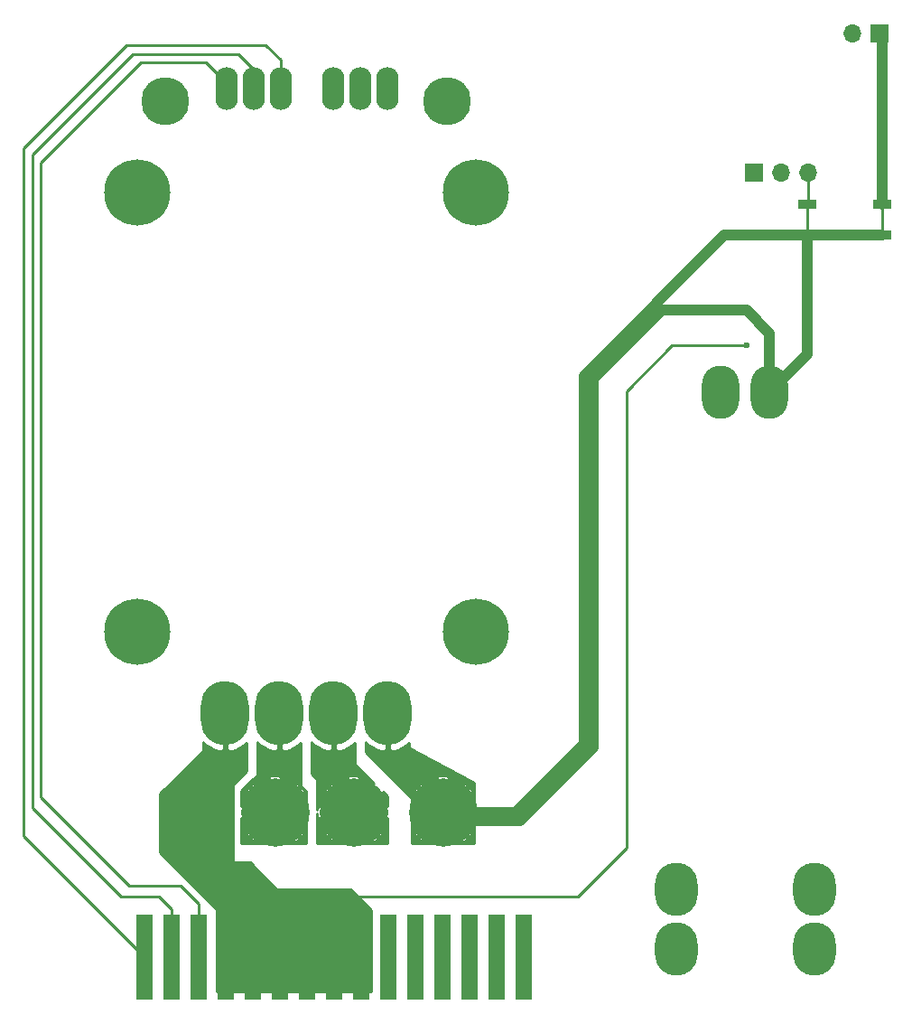
<source format=gtl>
G04 #@! TF.FileFunction,Copper,L1,Top,Signal*
%FSLAX46Y46*%
G04 Gerber Fmt 4.6, Leading zero omitted, Abs format (unit mm)*
G04 Created by KiCad (PCBNEW 4.0.7) date 10/27/19 12:55:04*
%MOMM*%
%LPD*%
G01*
G04 APERTURE LIST*
%ADD10C,0.100000*%
%ADD11O,4.000000X5.000000*%
%ADD12O,3.500000X5.000000*%
%ADD13R,1.700000X0.900000*%
%ADD14R,1.700000X1.700000*%
%ADD15O,1.700000X1.700000*%
%ADD16R,1.500000X8.000000*%
%ADD17C,6.400000*%
%ADD18C,0.800000*%
%ADD19O,2.100000X4.000000*%
%ADD20C,6.200000*%
%ADD21O,4.500000X6.000000*%
%ADD22C,4.500000*%
%ADD23C,0.600000*%
%ADD24C,0.250000*%
%ADD25C,1.000000*%
%ADD26C,0.254000*%
G04 APERTURE END LIST*
D10*
D11*
X217855800Y-110464600D03*
X204851000Y-110464600D03*
D12*
X213639400Y-58293000D03*
X209067400Y-58293000D03*
D11*
X204851000Y-104927400D03*
X217855800Y-104927400D03*
D13*
X217170000Y-40714000D03*
X217170000Y-43614000D03*
D14*
X212140800Y-37744400D03*
D15*
X214680800Y-37744400D03*
X217220800Y-37744400D03*
D16*
X188010800Y-111226600D03*
X190550800Y-111226600D03*
X185470800Y-111226600D03*
X182930800Y-111226600D03*
X177850800Y-111226600D03*
X180390800Y-111226600D03*
X170230800Y-111226600D03*
X172770800Y-111226600D03*
X175310800Y-111226600D03*
X167690800Y-111226600D03*
X165150800Y-111226600D03*
X154990800Y-111226600D03*
X157530800Y-111226600D03*
X160070800Y-111226600D03*
X162610800Y-111226600D03*
D13*
X224155000Y-40714000D03*
X224155000Y-43614000D03*
D14*
X223951800Y-24688800D03*
D15*
X221411800Y-24688800D03*
D17*
X183007000Y-97663000D03*
D18*
X185407000Y-97663000D03*
X184704056Y-99360056D03*
X183007000Y-100063000D03*
X181309944Y-99360056D03*
X180607000Y-97663000D03*
X181309944Y-95965944D03*
X183007000Y-95263000D03*
X184704056Y-95965944D03*
D17*
X167259000Y-97663000D03*
D18*
X169659000Y-97663000D03*
X168956056Y-99360056D03*
X167259000Y-100063000D03*
X165561944Y-99360056D03*
X164859000Y-97663000D03*
X165561944Y-95965944D03*
X167259000Y-95263000D03*
X168956056Y-95965944D03*
D17*
X174625000Y-97663000D03*
D18*
X177025000Y-97663000D03*
X176322056Y-99360056D03*
X174625000Y-100063000D03*
X172927944Y-99360056D03*
X172225000Y-97663000D03*
X172927944Y-95965944D03*
X174625000Y-95263000D03*
X176322056Y-95965944D03*
D19*
X167817800Y-29921200D03*
X165277800Y-29921200D03*
X162737800Y-29921200D03*
D20*
X154305000Y-80772000D03*
X186105800Y-80772000D03*
X186105800Y-39624000D03*
X154305000Y-39624000D03*
D21*
X162585400Y-88366600D03*
X167665400Y-88366600D03*
X172745400Y-88366600D03*
X177825400Y-88366600D03*
D22*
X183362600Y-31038800D03*
X156997400Y-31038800D03*
D19*
X172745400Y-29921200D03*
X175285400Y-29921200D03*
X177825400Y-29921200D03*
D23*
X211505800Y-53949600D03*
D24*
X169418000Y-105562400D02*
X195681600Y-105562400D01*
X204495400Y-53949600D02*
X211505800Y-53949600D01*
X200228200Y-58216800D02*
X204495400Y-53949600D01*
X200228200Y-101015800D02*
X200228200Y-58216800D01*
X195681600Y-105562400D02*
X200228200Y-101015800D01*
D25*
X172720000Y-95758000D02*
X174625000Y-97663000D01*
D24*
X145288000Y-83439000D02*
X145288000Y-96266000D01*
X160070800Y-106222800D02*
X160070800Y-111226600D01*
X158369000Y-104521000D02*
X160070800Y-106222800D01*
X153543000Y-104521000D02*
X158369000Y-104521000D01*
X145288000Y-96266000D02*
X153543000Y-104521000D01*
X162712400Y-29895800D02*
X162712400Y-29362400D01*
X162712400Y-29362400D02*
X160782000Y-27432000D01*
X145288000Y-36830000D02*
X145288000Y-83439000D01*
X154686000Y-27432000D02*
X145288000Y-36830000D01*
X160782000Y-27432000D02*
X154686000Y-27432000D01*
X162712400Y-29895800D02*
X162712400Y-28600400D01*
X162712400Y-29895800D02*
X162712400Y-29108400D01*
X144526000Y-84709000D02*
X144526000Y-97282000D01*
X157530800Y-106730800D02*
X157530800Y-111226600D01*
X156337000Y-105537000D02*
X157530800Y-106730800D01*
X152781000Y-105537000D02*
X156337000Y-105537000D01*
X144526000Y-97282000D02*
X152781000Y-105537000D01*
X165252400Y-29895800D02*
X165252400Y-28092400D01*
X165252400Y-28092400D02*
X163830000Y-26670000D01*
X144526000Y-36068000D02*
X144526000Y-84709000D01*
X153924000Y-26670000D02*
X144526000Y-36068000D01*
X163830000Y-26670000D02*
X153924000Y-26670000D01*
X165252400Y-29895800D02*
X165252400Y-28854400D01*
X143637000Y-86487000D02*
X143637000Y-99872800D01*
X143637000Y-99872800D02*
X154990800Y-111226600D01*
X167792400Y-29895800D02*
X167792400Y-27203400D01*
X143637000Y-35433000D02*
X143637000Y-86487000D01*
X153289000Y-25781000D02*
X143637000Y-35433000D01*
X166370000Y-25781000D02*
X153289000Y-25781000D01*
X167792400Y-27203400D02*
X166370000Y-25781000D01*
X167792400Y-29895800D02*
X167792400Y-27965400D01*
D25*
X224155000Y-40714000D02*
X224155000Y-24892000D01*
X224155000Y-24892000D02*
X223951800Y-24688800D01*
X183007000Y-97663000D02*
X185369200Y-97663000D01*
X185369200Y-97663000D02*
X186207400Y-98501200D01*
X213639400Y-52806600D02*
X213639400Y-58293000D01*
X211455000Y-50622200D02*
X213639400Y-52806600D01*
X203555600Y-50622200D02*
X211455000Y-50622200D01*
X197129400Y-57048400D02*
X203555600Y-50622200D01*
X197129400Y-91592400D02*
X197129400Y-57048400D01*
X190220600Y-98501200D02*
X197129400Y-91592400D01*
X186207400Y-98501200D02*
X190220600Y-98501200D01*
X183007000Y-97663000D02*
X189839600Y-97663000D01*
X209395400Y-43614000D02*
X217170000Y-43614000D01*
X196215000Y-56794400D02*
X209395400Y-43614000D01*
X196215000Y-91287600D02*
X196215000Y-56794400D01*
X189839600Y-97663000D02*
X196215000Y-91287600D01*
X224155000Y-43614000D02*
X217170000Y-43614000D01*
X217170000Y-43614000D02*
X217170000Y-50546000D01*
X217170000Y-54762400D02*
X213639400Y-58293000D01*
X217170000Y-50546000D02*
X217170000Y-54762400D01*
D24*
X224155000Y-40714000D02*
X224155000Y-43614000D01*
X217170000Y-40714000D02*
X217170000Y-43614000D01*
D25*
X183007000Y-97663000D02*
X183007000Y-96139000D01*
D24*
X217220800Y-37744400D02*
X217220800Y-40663200D01*
X217220800Y-40663200D02*
X217170000Y-40714000D01*
D25*
X224180400Y-40688600D02*
X224155000Y-40714000D01*
D26*
G36*
X177952400Y-88239600D02*
X177972400Y-88239600D01*
X177972400Y-88493600D01*
X177952400Y-88493600D01*
X177952400Y-91839890D01*
X178401712Y-91943451D01*
X178812110Y-91830593D01*
X179775601Y-91246405D01*
X179832000Y-91169544D01*
X179832000Y-91567000D01*
X179842006Y-91616410D01*
X179870447Y-91658035D01*
X179898512Y-91678670D01*
X185928000Y-94944643D01*
X185928000Y-96806912D01*
X185920023Y-96740820D01*
X185534471Y-96616751D01*
X185421409Y-96503689D01*
X185626236Y-96478967D01*
X185752365Y-96087013D01*
X185718898Y-95676626D01*
X185626236Y-95452921D01*
X185421406Y-95428199D01*
X184883661Y-95965944D01*
X184897804Y-95980087D01*
X184718199Y-96159692D01*
X184704056Y-96145549D01*
X184166311Y-96683294D01*
X184191033Y-96888124D01*
X184576585Y-97012193D01*
X184689647Y-97125255D01*
X184484820Y-97149977D01*
X184358691Y-97541931D01*
X184392158Y-97952318D01*
X184484820Y-98176023D01*
X184689647Y-98200745D01*
X184572762Y-98317630D01*
X184586351Y-98331219D01*
X184414738Y-98345214D01*
X184191033Y-98437876D01*
X184166311Y-98642706D01*
X184704056Y-99180451D01*
X184718199Y-99166309D01*
X184897804Y-99345914D01*
X184883661Y-99360056D01*
X185421406Y-99897801D01*
X185626236Y-99873079D01*
X185752365Y-99481125D01*
X185718898Y-99070738D01*
X185626236Y-98847033D01*
X185421409Y-98822311D01*
X185538294Y-98705426D01*
X185524705Y-98691837D01*
X185696318Y-98677842D01*
X185920023Y-98585180D01*
X185928000Y-98519088D01*
X185928000Y-100584000D01*
X183863088Y-100584000D01*
X183929180Y-100576023D01*
X184053249Y-100190471D01*
X184166311Y-100077409D01*
X184191033Y-100282236D01*
X184582987Y-100408365D01*
X184993374Y-100374898D01*
X185217079Y-100282236D01*
X185241801Y-100077406D01*
X184704056Y-99539661D01*
X184689914Y-99553804D01*
X184510309Y-99374199D01*
X184524451Y-99360056D01*
X183986706Y-98822311D01*
X183781876Y-98847033D01*
X183657807Y-99232585D01*
X183544745Y-99345647D01*
X183520023Y-99140820D01*
X183128069Y-99014691D01*
X182717682Y-99048158D01*
X182493977Y-99140820D01*
X182469255Y-99345647D01*
X182352370Y-99228762D01*
X182338781Y-99242351D01*
X182324786Y-99070738D01*
X182232124Y-98847033D01*
X182027294Y-98822311D01*
X181489549Y-99360056D01*
X181503692Y-99374199D01*
X181324087Y-99553804D01*
X181309944Y-99539661D01*
X180772199Y-100077406D01*
X180796921Y-100282236D01*
X181188875Y-100408365D01*
X181599262Y-100374898D01*
X181822967Y-100282236D01*
X181847689Y-100077409D01*
X181964574Y-100194294D01*
X181978163Y-100180705D01*
X181992158Y-100352318D01*
X182084820Y-100576023D01*
X182150912Y-100584000D01*
X180086000Y-100584000D01*
X180086000Y-98519088D01*
X180093977Y-98585180D01*
X180479529Y-98709249D01*
X180592591Y-98822311D01*
X180387764Y-98847033D01*
X180261635Y-99238987D01*
X180295102Y-99649374D01*
X180387764Y-99873079D01*
X180592594Y-99897801D01*
X181130339Y-99360056D01*
X181116197Y-99345914D01*
X181295802Y-99166309D01*
X181309944Y-99180451D01*
X181847689Y-98642706D01*
X181822967Y-98437876D01*
X181437415Y-98313807D01*
X181324353Y-98200745D01*
X181529180Y-98176023D01*
X181655309Y-97784069D01*
X181621842Y-97373682D01*
X181529180Y-97149977D01*
X181324353Y-97125255D01*
X181441238Y-97008370D01*
X181427649Y-96994781D01*
X181599262Y-96980786D01*
X181822967Y-96888124D01*
X181847689Y-96683294D01*
X181309944Y-96145549D01*
X181295802Y-96159692D01*
X181116197Y-95980087D01*
X181130339Y-95965944D01*
X180592594Y-95428199D01*
X180387764Y-95452921D01*
X180261635Y-95844875D01*
X180295102Y-96255262D01*
X180387764Y-96478967D01*
X180592591Y-96503689D01*
X180475706Y-96620574D01*
X180489295Y-96634163D01*
X180317682Y-96648158D01*
X180093977Y-96740820D01*
X180086000Y-96806912D01*
X180086000Y-96393000D01*
X180075994Y-96343590D01*
X180048803Y-96303197D01*
X178994200Y-95248594D01*
X180772199Y-95248594D01*
X181309944Y-95786339D01*
X181324087Y-95772197D01*
X181503692Y-95951802D01*
X181489549Y-95965944D01*
X182027294Y-96503689D01*
X182232124Y-96478967D01*
X182356193Y-96093415D01*
X182469255Y-95980353D01*
X182493977Y-96185180D01*
X182885931Y-96311309D01*
X183296318Y-96277842D01*
X183520023Y-96185180D01*
X183544745Y-95980353D01*
X183661630Y-96097238D01*
X183675219Y-96083649D01*
X183689214Y-96255262D01*
X183781876Y-96478967D01*
X183986706Y-96503689D01*
X184524451Y-95965944D01*
X184510309Y-95951802D01*
X184689914Y-95772197D01*
X184704056Y-95786339D01*
X185241801Y-95248594D01*
X185217079Y-95043764D01*
X184825125Y-94917635D01*
X184414738Y-94951102D01*
X184191033Y-95043764D01*
X184166311Y-95248591D01*
X184049426Y-95131706D01*
X184035837Y-95145295D01*
X184021842Y-94973682D01*
X183929180Y-94749977D01*
X183724350Y-94725255D01*
X183186605Y-95263000D01*
X183200748Y-95277143D01*
X183021143Y-95456748D01*
X183007000Y-95442605D01*
X182992858Y-95456748D01*
X182813253Y-95277143D01*
X182827395Y-95263000D01*
X182289650Y-94725255D01*
X182084820Y-94749977D01*
X181960751Y-95135529D01*
X181847689Y-95248591D01*
X181822967Y-95043764D01*
X181431013Y-94917635D01*
X181020626Y-94951102D01*
X180796921Y-95043764D01*
X180772199Y-95248594D01*
X178994200Y-95248594D01*
X178291256Y-94545650D01*
X182469255Y-94545650D01*
X183007000Y-95083395D01*
X183544745Y-94545650D01*
X183520023Y-94340820D01*
X183128069Y-94214691D01*
X182717682Y-94248158D01*
X182493977Y-94340820D01*
X182469255Y-94545650D01*
X178291256Y-94545650D01*
X175768000Y-92022394D01*
X175768000Y-91100314D01*
X175875199Y-91246405D01*
X176838690Y-91830593D01*
X177249088Y-91943451D01*
X177698400Y-91839890D01*
X177698400Y-88493600D01*
X177678400Y-88493600D01*
X177678400Y-88239600D01*
X177698400Y-88239600D01*
X177698400Y-88219600D01*
X177952400Y-88219600D01*
X177952400Y-88239600D01*
X177952400Y-88239600D01*
G37*
X177952400Y-88239600D02*
X177972400Y-88239600D01*
X177972400Y-88493600D01*
X177952400Y-88493600D01*
X177952400Y-91839890D01*
X178401712Y-91943451D01*
X178812110Y-91830593D01*
X179775601Y-91246405D01*
X179832000Y-91169544D01*
X179832000Y-91567000D01*
X179842006Y-91616410D01*
X179870447Y-91658035D01*
X179898512Y-91678670D01*
X185928000Y-94944643D01*
X185928000Y-96806912D01*
X185920023Y-96740820D01*
X185534471Y-96616751D01*
X185421409Y-96503689D01*
X185626236Y-96478967D01*
X185752365Y-96087013D01*
X185718898Y-95676626D01*
X185626236Y-95452921D01*
X185421406Y-95428199D01*
X184883661Y-95965944D01*
X184897804Y-95980087D01*
X184718199Y-96159692D01*
X184704056Y-96145549D01*
X184166311Y-96683294D01*
X184191033Y-96888124D01*
X184576585Y-97012193D01*
X184689647Y-97125255D01*
X184484820Y-97149977D01*
X184358691Y-97541931D01*
X184392158Y-97952318D01*
X184484820Y-98176023D01*
X184689647Y-98200745D01*
X184572762Y-98317630D01*
X184586351Y-98331219D01*
X184414738Y-98345214D01*
X184191033Y-98437876D01*
X184166311Y-98642706D01*
X184704056Y-99180451D01*
X184718199Y-99166309D01*
X184897804Y-99345914D01*
X184883661Y-99360056D01*
X185421406Y-99897801D01*
X185626236Y-99873079D01*
X185752365Y-99481125D01*
X185718898Y-99070738D01*
X185626236Y-98847033D01*
X185421409Y-98822311D01*
X185538294Y-98705426D01*
X185524705Y-98691837D01*
X185696318Y-98677842D01*
X185920023Y-98585180D01*
X185928000Y-98519088D01*
X185928000Y-100584000D01*
X183863088Y-100584000D01*
X183929180Y-100576023D01*
X184053249Y-100190471D01*
X184166311Y-100077409D01*
X184191033Y-100282236D01*
X184582987Y-100408365D01*
X184993374Y-100374898D01*
X185217079Y-100282236D01*
X185241801Y-100077406D01*
X184704056Y-99539661D01*
X184689914Y-99553804D01*
X184510309Y-99374199D01*
X184524451Y-99360056D01*
X183986706Y-98822311D01*
X183781876Y-98847033D01*
X183657807Y-99232585D01*
X183544745Y-99345647D01*
X183520023Y-99140820D01*
X183128069Y-99014691D01*
X182717682Y-99048158D01*
X182493977Y-99140820D01*
X182469255Y-99345647D01*
X182352370Y-99228762D01*
X182338781Y-99242351D01*
X182324786Y-99070738D01*
X182232124Y-98847033D01*
X182027294Y-98822311D01*
X181489549Y-99360056D01*
X181503692Y-99374199D01*
X181324087Y-99553804D01*
X181309944Y-99539661D01*
X180772199Y-100077406D01*
X180796921Y-100282236D01*
X181188875Y-100408365D01*
X181599262Y-100374898D01*
X181822967Y-100282236D01*
X181847689Y-100077409D01*
X181964574Y-100194294D01*
X181978163Y-100180705D01*
X181992158Y-100352318D01*
X182084820Y-100576023D01*
X182150912Y-100584000D01*
X180086000Y-100584000D01*
X180086000Y-98519088D01*
X180093977Y-98585180D01*
X180479529Y-98709249D01*
X180592591Y-98822311D01*
X180387764Y-98847033D01*
X180261635Y-99238987D01*
X180295102Y-99649374D01*
X180387764Y-99873079D01*
X180592594Y-99897801D01*
X181130339Y-99360056D01*
X181116197Y-99345914D01*
X181295802Y-99166309D01*
X181309944Y-99180451D01*
X181847689Y-98642706D01*
X181822967Y-98437876D01*
X181437415Y-98313807D01*
X181324353Y-98200745D01*
X181529180Y-98176023D01*
X181655309Y-97784069D01*
X181621842Y-97373682D01*
X181529180Y-97149977D01*
X181324353Y-97125255D01*
X181441238Y-97008370D01*
X181427649Y-96994781D01*
X181599262Y-96980786D01*
X181822967Y-96888124D01*
X181847689Y-96683294D01*
X181309944Y-96145549D01*
X181295802Y-96159692D01*
X181116197Y-95980087D01*
X181130339Y-95965944D01*
X180592594Y-95428199D01*
X180387764Y-95452921D01*
X180261635Y-95844875D01*
X180295102Y-96255262D01*
X180387764Y-96478967D01*
X180592591Y-96503689D01*
X180475706Y-96620574D01*
X180489295Y-96634163D01*
X180317682Y-96648158D01*
X180093977Y-96740820D01*
X180086000Y-96806912D01*
X180086000Y-96393000D01*
X180075994Y-96343590D01*
X180048803Y-96303197D01*
X178994200Y-95248594D01*
X180772199Y-95248594D01*
X181309944Y-95786339D01*
X181324087Y-95772197D01*
X181503692Y-95951802D01*
X181489549Y-95965944D01*
X182027294Y-96503689D01*
X182232124Y-96478967D01*
X182356193Y-96093415D01*
X182469255Y-95980353D01*
X182493977Y-96185180D01*
X182885931Y-96311309D01*
X183296318Y-96277842D01*
X183520023Y-96185180D01*
X183544745Y-95980353D01*
X183661630Y-96097238D01*
X183675219Y-96083649D01*
X183689214Y-96255262D01*
X183781876Y-96478967D01*
X183986706Y-96503689D01*
X184524451Y-95965944D01*
X184510309Y-95951802D01*
X184689914Y-95772197D01*
X184704056Y-95786339D01*
X185241801Y-95248594D01*
X185217079Y-95043764D01*
X184825125Y-94917635D01*
X184414738Y-94951102D01*
X184191033Y-95043764D01*
X184166311Y-95248591D01*
X184049426Y-95131706D01*
X184035837Y-95145295D01*
X184021842Y-94973682D01*
X183929180Y-94749977D01*
X183724350Y-94725255D01*
X183186605Y-95263000D01*
X183200748Y-95277143D01*
X183021143Y-95456748D01*
X183007000Y-95442605D01*
X182992858Y-95456748D01*
X182813253Y-95277143D01*
X182827395Y-95263000D01*
X182289650Y-94725255D01*
X182084820Y-94749977D01*
X181960751Y-95135529D01*
X181847689Y-95248591D01*
X181822967Y-95043764D01*
X181431013Y-94917635D01*
X181020626Y-94951102D01*
X180796921Y-95043764D01*
X180772199Y-95248594D01*
X178994200Y-95248594D01*
X178291256Y-94545650D01*
X182469255Y-94545650D01*
X183007000Y-95083395D01*
X183544745Y-94545650D01*
X183520023Y-94340820D01*
X183128069Y-94214691D01*
X182717682Y-94248158D01*
X182493977Y-94340820D01*
X182469255Y-94545650D01*
X178291256Y-94545650D01*
X175768000Y-92022394D01*
X175768000Y-91100314D01*
X175875199Y-91246405D01*
X176838690Y-91830593D01*
X177249088Y-91943451D01*
X177698400Y-91839890D01*
X177698400Y-88493600D01*
X177678400Y-88493600D01*
X177678400Y-88239600D01*
X177698400Y-88239600D01*
X177698400Y-88219600D01*
X177952400Y-88219600D01*
X177952400Y-88239600D01*
G36*
X183200748Y-100048858D02*
X183186605Y-100063000D01*
X183200748Y-100077143D01*
X183021143Y-100256748D01*
X183007000Y-100242605D01*
X182992858Y-100256748D01*
X182813253Y-100077143D01*
X182827395Y-100063000D01*
X182813253Y-100048858D01*
X182992858Y-99869253D01*
X183007000Y-99883395D01*
X183021143Y-99869253D01*
X183200748Y-100048858D01*
X183200748Y-100048858D01*
G37*
X183200748Y-100048858D02*
X183186605Y-100063000D01*
X183200748Y-100077143D01*
X183021143Y-100256748D01*
X183007000Y-100242605D01*
X182992858Y-100256748D01*
X182813253Y-100077143D01*
X182827395Y-100063000D01*
X182813253Y-100048858D01*
X182992858Y-99869253D01*
X183007000Y-99883395D01*
X183021143Y-99869253D01*
X183200748Y-100048858D01*
G36*
X185600748Y-97648858D02*
X185586605Y-97663000D01*
X185600748Y-97677143D01*
X185421143Y-97856748D01*
X185407000Y-97842605D01*
X185392858Y-97856748D01*
X185213253Y-97677143D01*
X185227395Y-97663000D01*
X185213253Y-97648858D01*
X185392858Y-97469253D01*
X185407000Y-97483395D01*
X185421143Y-97469253D01*
X185600748Y-97648858D01*
X185600748Y-97648858D01*
G37*
X185600748Y-97648858D02*
X185586605Y-97663000D01*
X185600748Y-97677143D01*
X185421143Y-97856748D01*
X185407000Y-97842605D01*
X185392858Y-97856748D01*
X185213253Y-97677143D01*
X185227395Y-97663000D01*
X185213253Y-97648858D01*
X185392858Y-97469253D01*
X185407000Y-97483395D01*
X185421143Y-97469253D01*
X185600748Y-97648858D01*
G36*
X180800748Y-97648858D02*
X180786605Y-97663000D01*
X180800748Y-97677143D01*
X180621143Y-97856748D01*
X180607000Y-97842605D01*
X180592858Y-97856748D01*
X180413253Y-97677143D01*
X180427395Y-97663000D01*
X180413253Y-97648858D01*
X180592858Y-97469253D01*
X180607000Y-97483395D01*
X180621143Y-97469253D01*
X180800748Y-97648858D01*
X180800748Y-97648858D01*
G37*
X180800748Y-97648858D02*
X180786605Y-97663000D01*
X180800748Y-97677143D01*
X180621143Y-97856748D01*
X180607000Y-97842605D01*
X180592858Y-97856748D01*
X180413253Y-97677143D01*
X180427395Y-97663000D01*
X180413253Y-97648858D01*
X180592858Y-97469253D01*
X180607000Y-97483395D01*
X180621143Y-97469253D01*
X180800748Y-97648858D01*
G36*
X172872400Y-88239600D02*
X172892400Y-88239600D01*
X172892400Y-88493600D01*
X172872400Y-88493600D01*
X172872400Y-91839890D01*
X173321712Y-91943451D01*
X173732110Y-91830593D01*
X174695601Y-91246405D01*
X174752000Y-91169544D01*
X174752000Y-93091000D01*
X174762006Y-93140410D01*
X174789197Y-93180803D01*
X176565365Y-94956971D01*
X176443125Y-94917635D01*
X176032738Y-94951102D01*
X175809033Y-95043764D01*
X175784311Y-95248591D01*
X175667426Y-95131706D01*
X175653837Y-95145295D01*
X175639842Y-94973682D01*
X175547180Y-94749977D01*
X175342350Y-94725255D01*
X174804605Y-95263000D01*
X174818748Y-95277143D01*
X174639143Y-95456748D01*
X174625000Y-95442605D01*
X174610858Y-95456748D01*
X174431253Y-95277143D01*
X174445395Y-95263000D01*
X173907650Y-94725255D01*
X173702820Y-94749977D01*
X173578751Y-95135529D01*
X173465689Y-95248591D01*
X173440967Y-95043764D01*
X173049013Y-94917635D01*
X172638626Y-94951102D01*
X172414921Y-95043764D01*
X172390199Y-95248594D01*
X172927944Y-95786339D01*
X172942087Y-95772197D01*
X173121692Y-95951802D01*
X173107549Y-95965944D01*
X173645294Y-96503689D01*
X173850124Y-96478967D01*
X173974193Y-96093415D01*
X174087255Y-95980353D01*
X174111977Y-96185180D01*
X174503931Y-96311309D01*
X174914318Y-96277842D01*
X175138023Y-96185180D01*
X175162745Y-95980353D01*
X175279630Y-96097238D01*
X175293219Y-96083649D01*
X175307214Y-96255262D01*
X175399876Y-96478967D01*
X175604706Y-96503689D01*
X176142451Y-95965944D01*
X176128309Y-95951802D01*
X176307914Y-95772197D01*
X176322056Y-95786339D01*
X176336199Y-95772197D01*
X176515804Y-95951802D01*
X176501661Y-95965944D01*
X176515804Y-95980087D01*
X176336199Y-96159692D01*
X176322056Y-96145549D01*
X175784311Y-96683294D01*
X175809033Y-96888124D01*
X176194585Y-97012193D01*
X176307647Y-97125255D01*
X176102820Y-97149977D01*
X175976691Y-97541931D01*
X176010158Y-97952318D01*
X176102820Y-98176023D01*
X176307647Y-98200745D01*
X176190762Y-98317630D01*
X176204351Y-98331219D01*
X176032738Y-98345214D01*
X175809033Y-98437876D01*
X175784311Y-98642706D01*
X176322056Y-99180451D01*
X176336199Y-99166309D01*
X176515804Y-99345914D01*
X176501661Y-99360056D01*
X177039406Y-99897801D01*
X177244236Y-99873079D01*
X177370365Y-99481125D01*
X177336898Y-99070738D01*
X177244236Y-98847033D01*
X177039409Y-98822311D01*
X177156294Y-98705426D01*
X177142705Y-98691837D01*
X177314318Y-98677842D01*
X177538023Y-98585180D01*
X177562745Y-98380350D01*
X177025000Y-97842605D01*
X177010858Y-97856748D01*
X176831253Y-97677143D01*
X176845395Y-97663000D01*
X176831253Y-97648858D01*
X177010858Y-97469253D01*
X177025000Y-97483395D01*
X177562745Y-96945650D01*
X177538023Y-96740820D01*
X177152471Y-96616751D01*
X177039409Y-96503689D01*
X177244236Y-96478967D01*
X177370365Y-96087013D01*
X177341504Y-95733110D01*
X177800000Y-96191606D01*
X177800000Y-97132213D01*
X177742350Y-97125255D01*
X177204605Y-97663000D01*
X177742350Y-98200745D01*
X177800000Y-98193787D01*
X177800000Y-100584000D01*
X175481088Y-100584000D01*
X175547180Y-100576023D01*
X175671249Y-100190471D01*
X175784311Y-100077409D01*
X175809033Y-100282236D01*
X176200987Y-100408365D01*
X176611374Y-100374898D01*
X176835079Y-100282236D01*
X176859801Y-100077406D01*
X176322056Y-99539661D01*
X176307914Y-99553804D01*
X176128309Y-99374199D01*
X176142451Y-99360056D01*
X175604706Y-98822311D01*
X175399876Y-98847033D01*
X175275807Y-99232585D01*
X175162745Y-99345647D01*
X175138023Y-99140820D01*
X174746069Y-99014691D01*
X174335682Y-99048158D01*
X174111977Y-99140820D01*
X174087255Y-99345647D01*
X173970370Y-99228762D01*
X173956781Y-99242351D01*
X173942786Y-99070738D01*
X173850124Y-98847033D01*
X173645294Y-98822311D01*
X173107549Y-99360056D01*
X173121692Y-99374199D01*
X172942087Y-99553804D01*
X172927944Y-99539661D01*
X172390199Y-100077406D01*
X172414921Y-100282236D01*
X172806875Y-100408365D01*
X173217262Y-100374898D01*
X173440967Y-100282236D01*
X173465689Y-100077409D01*
X173582574Y-100194294D01*
X173596163Y-100180705D01*
X173610158Y-100352318D01*
X173702820Y-100576023D01*
X173768912Y-100584000D01*
X171196000Y-100584000D01*
X171196000Y-97778706D01*
X171210158Y-97952318D01*
X171302820Y-98176023D01*
X171507650Y-98200745D01*
X172045395Y-97663000D01*
X171507650Y-97125255D01*
X171302820Y-97149977D01*
X171196000Y-97481927D01*
X171196000Y-96945650D01*
X171687255Y-96945650D01*
X172225000Y-97483395D01*
X172239143Y-97469253D01*
X172418748Y-97648858D01*
X172404605Y-97663000D01*
X172418748Y-97677143D01*
X172239143Y-97856748D01*
X172225000Y-97842605D01*
X171687255Y-98380350D01*
X171711977Y-98585180D01*
X172097529Y-98709249D01*
X172210591Y-98822311D01*
X172005764Y-98847033D01*
X171879635Y-99238987D01*
X171913102Y-99649374D01*
X172005764Y-99873079D01*
X172210594Y-99897801D01*
X172748339Y-99360056D01*
X172734197Y-99345914D01*
X172913802Y-99166309D01*
X172927944Y-99180451D01*
X173465689Y-98642706D01*
X173440967Y-98437876D01*
X173055415Y-98313807D01*
X172942353Y-98200745D01*
X173147180Y-98176023D01*
X173273309Y-97784069D01*
X173239842Y-97373682D01*
X173147180Y-97149977D01*
X172942353Y-97125255D01*
X173059238Y-97008370D01*
X173045649Y-96994781D01*
X173217262Y-96980786D01*
X173440967Y-96888124D01*
X173465689Y-96683294D01*
X172927944Y-96145549D01*
X172913802Y-96159692D01*
X172734197Y-95980087D01*
X172748339Y-95965944D01*
X172210594Y-95428199D01*
X172005764Y-95452921D01*
X171879635Y-95844875D01*
X171913102Y-96255262D01*
X172005764Y-96478967D01*
X172210591Y-96503689D01*
X172093706Y-96620574D01*
X172107295Y-96634163D01*
X171935682Y-96648158D01*
X171711977Y-96740820D01*
X171687255Y-96945650D01*
X171196000Y-96945650D01*
X171196000Y-94615000D01*
X171185994Y-94565590D01*
X171172572Y-94545650D01*
X174087255Y-94545650D01*
X174625000Y-95083395D01*
X175162745Y-94545650D01*
X175138023Y-94340820D01*
X174746069Y-94214691D01*
X174335682Y-94248158D01*
X174111977Y-94340820D01*
X174087255Y-94545650D01*
X171172572Y-94545650D01*
X171158803Y-94525197D01*
X170688000Y-94054394D01*
X170688000Y-91100314D01*
X170795199Y-91246405D01*
X171758690Y-91830593D01*
X172169088Y-91943451D01*
X172618400Y-91839890D01*
X172618400Y-88493600D01*
X172598400Y-88493600D01*
X172598400Y-88239600D01*
X172618400Y-88239600D01*
X172618400Y-88219600D01*
X172872400Y-88219600D01*
X172872400Y-88239600D01*
X172872400Y-88239600D01*
G37*
X172872400Y-88239600D02*
X172892400Y-88239600D01*
X172892400Y-88493600D01*
X172872400Y-88493600D01*
X172872400Y-91839890D01*
X173321712Y-91943451D01*
X173732110Y-91830593D01*
X174695601Y-91246405D01*
X174752000Y-91169544D01*
X174752000Y-93091000D01*
X174762006Y-93140410D01*
X174789197Y-93180803D01*
X176565365Y-94956971D01*
X176443125Y-94917635D01*
X176032738Y-94951102D01*
X175809033Y-95043764D01*
X175784311Y-95248591D01*
X175667426Y-95131706D01*
X175653837Y-95145295D01*
X175639842Y-94973682D01*
X175547180Y-94749977D01*
X175342350Y-94725255D01*
X174804605Y-95263000D01*
X174818748Y-95277143D01*
X174639143Y-95456748D01*
X174625000Y-95442605D01*
X174610858Y-95456748D01*
X174431253Y-95277143D01*
X174445395Y-95263000D01*
X173907650Y-94725255D01*
X173702820Y-94749977D01*
X173578751Y-95135529D01*
X173465689Y-95248591D01*
X173440967Y-95043764D01*
X173049013Y-94917635D01*
X172638626Y-94951102D01*
X172414921Y-95043764D01*
X172390199Y-95248594D01*
X172927944Y-95786339D01*
X172942087Y-95772197D01*
X173121692Y-95951802D01*
X173107549Y-95965944D01*
X173645294Y-96503689D01*
X173850124Y-96478967D01*
X173974193Y-96093415D01*
X174087255Y-95980353D01*
X174111977Y-96185180D01*
X174503931Y-96311309D01*
X174914318Y-96277842D01*
X175138023Y-96185180D01*
X175162745Y-95980353D01*
X175279630Y-96097238D01*
X175293219Y-96083649D01*
X175307214Y-96255262D01*
X175399876Y-96478967D01*
X175604706Y-96503689D01*
X176142451Y-95965944D01*
X176128309Y-95951802D01*
X176307914Y-95772197D01*
X176322056Y-95786339D01*
X176336199Y-95772197D01*
X176515804Y-95951802D01*
X176501661Y-95965944D01*
X176515804Y-95980087D01*
X176336199Y-96159692D01*
X176322056Y-96145549D01*
X175784311Y-96683294D01*
X175809033Y-96888124D01*
X176194585Y-97012193D01*
X176307647Y-97125255D01*
X176102820Y-97149977D01*
X175976691Y-97541931D01*
X176010158Y-97952318D01*
X176102820Y-98176023D01*
X176307647Y-98200745D01*
X176190762Y-98317630D01*
X176204351Y-98331219D01*
X176032738Y-98345214D01*
X175809033Y-98437876D01*
X175784311Y-98642706D01*
X176322056Y-99180451D01*
X176336199Y-99166309D01*
X176515804Y-99345914D01*
X176501661Y-99360056D01*
X177039406Y-99897801D01*
X177244236Y-99873079D01*
X177370365Y-99481125D01*
X177336898Y-99070738D01*
X177244236Y-98847033D01*
X177039409Y-98822311D01*
X177156294Y-98705426D01*
X177142705Y-98691837D01*
X177314318Y-98677842D01*
X177538023Y-98585180D01*
X177562745Y-98380350D01*
X177025000Y-97842605D01*
X177010858Y-97856748D01*
X176831253Y-97677143D01*
X176845395Y-97663000D01*
X176831253Y-97648858D01*
X177010858Y-97469253D01*
X177025000Y-97483395D01*
X177562745Y-96945650D01*
X177538023Y-96740820D01*
X177152471Y-96616751D01*
X177039409Y-96503689D01*
X177244236Y-96478967D01*
X177370365Y-96087013D01*
X177341504Y-95733110D01*
X177800000Y-96191606D01*
X177800000Y-97132213D01*
X177742350Y-97125255D01*
X177204605Y-97663000D01*
X177742350Y-98200745D01*
X177800000Y-98193787D01*
X177800000Y-100584000D01*
X175481088Y-100584000D01*
X175547180Y-100576023D01*
X175671249Y-100190471D01*
X175784311Y-100077409D01*
X175809033Y-100282236D01*
X176200987Y-100408365D01*
X176611374Y-100374898D01*
X176835079Y-100282236D01*
X176859801Y-100077406D01*
X176322056Y-99539661D01*
X176307914Y-99553804D01*
X176128309Y-99374199D01*
X176142451Y-99360056D01*
X175604706Y-98822311D01*
X175399876Y-98847033D01*
X175275807Y-99232585D01*
X175162745Y-99345647D01*
X175138023Y-99140820D01*
X174746069Y-99014691D01*
X174335682Y-99048158D01*
X174111977Y-99140820D01*
X174087255Y-99345647D01*
X173970370Y-99228762D01*
X173956781Y-99242351D01*
X173942786Y-99070738D01*
X173850124Y-98847033D01*
X173645294Y-98822311D01*
X173107549Y-99360056D01*
X173121692Y-99374199D01*
X172942087Y-99553804D01*
X172927944Y-99539661D01*
X172390199Y-100077406D01*
X172414921Y-100282236D01*
X172806875Y-100408365D01*
X173217262Y-100374898D01*
X173440967Y-100282236D01*
X173465689Y-100077409D01*
X173582574Y-100194294D01*
X173596163Y-100180705D01*
X173610158Y-100352318D01*
X173702820Y-100576023D01*
X173768912Y-100584000D01*
X171196000Y-100584000D01*
X171196000Y-97778706D01*
X171210158Y-97952318D01*
X171302820Y-98176023D01*
X171507650Y-98200745D01*
X172045395Y-97663000D01*
X171507650Y-97125255D01*
X171302820Y-97149977D01*
X171196000Y-97481927D01*
X171196000Y-96945650D01*
X171687255Y-96945650D01*
X172225000Y-97483395D01*
X172239143Y-97469253D01*
X172418748Y-97648858D01*
X172404605Y-97663000D01*
X172418748Y-97677143D01*
X172239143Y-97856748D01*
X172225000Y-97842605D01*
X171687255Y-98380350D01*
X171711977Y-98585180D01*
X172097529Y-98709249D01*
X172210591Y-98822311D01*
X172005764Y-98847033D01*
X171879635Y-99238987D01*
X171913102Y-99649374D01*
X172005764Y-99873079D01*
X172210594Y-99897801D01*
X172748339Y-99360056D01*
X172734197Y-99345914D01*
X172913802Y-99166309D01*
X172927944Y-99180451D01*
X173465689Y-98642706D01*
X173440967Y-98437876D01*
X173055415Y-98313807D01*
X172942353Y-98200745D01*
X173147180Y-98176023D01*
X173273309Y-97784069D01*
X173239842Y-97373682D01*
X173147180Y-97149977D01*
X172942353Y-97125255D01*
X173059238Y-97008370D01*
X173045649Y-96994781D01*
X173217262Y-96980786D01*
X173440967Y-96888124D01*
X173465689Y-96683294D01*
X172927944Y-96145549D01*
X172913802Y-96159692D01*
X172734197Y-95980087D01*
X172748339Y-95965944D01*
X172210594Y-95428199D01*
X172005764Y-95452921D01*
X171879635Y-95844875D01*
X171913102Y-96255262D01*
X172005764Y-96478967D01*
X172210591Y-96503689D01*
X172093706Y-96620574D01*
X172107295Y-96634163D01*
X171935682Y-96648158D01*
X171711977Y-96740820D01*
X171687255Y-96945650D01*
X171196000Y-96945650D01*
X171196000Y-94615000D01*
X171185994Y-94565590D01*
X171172572Y-94545650D01*
X174087255Y-94545650D01*
X174625000Y-95083395D01*
X175162745Y-94545650D01*
X175138023Y-94340820D01*
X174746069Y-94214691D01*
X174335682Y-94248158D01*
X174111977Y-94340820D01*
X174087255Y-94545650D01*
X171172572Y-94545650D01*
X171158803Y-94525197D01*
X170688000Y-94054394D01*
X170688000Y-91100314D01*
X170795199Y-91246405D01*
X171758690Y-91830593D01*
X172169088Y-91943451D01*
X172618400Y-91839890D01*
X172618400Y-88493600D01*
X172598400Y-88493600D01*
X172598400Y-88239600D01*
X172618400Y-88239600D01*
X172618400Y-88219600D01*
X172872400Y-88219600D01*
X172872400Y-88239600D01*
G36*
X174818748Y-100048858D02*
X174804605Y-100063000D01*
X174818748Y-100077143D01*
X174639143Y-100256748D01*
X174625000Y-100242605D01*
X174610858Y-100256748D01*
X174431253Y-100077143D01*
X174445395Y-100063000D01*
X174431253Y-100048858D01*
X174610858Y-99869253D01*
X174625000Y-99883395D01*
X174639143Y-99869253D01*
X174818748Y-100048858D01*
X174818748Y-100048858D01*
G37*
X174818748Y-100048858D02*
X174804605Y-100063000D01*
X174818748Y-100077143D01*
X174639143Y-100256748D01*
X174625000Y-100242605D01*
X174610858Y-100256748D01*
X174431253Y-100077143D01*
X174445395Y-100063000D01*
X174431253Y-100048858D01*
X174610858Y-99869253D01*
X174625000Y-99883395D01*
X174639143Y-99869253D01*
X174818748Y-100048858D01*
G36*
X167792400Y-88239600D02*
X167812400Y-88239600D01*
X167812400Y-88493600D01*
X167792400Y-88493600D01*
X167792400Y-91839890D01*
X168241712Y-91943451D01*
X168652110Y-91830593D01*
X169615601Y-91246405D01*
X169672000Y-91169544D01*
X169672000Y-95123000D01*
X169682006Y-95172410D01*
X169709197Y-95212803D01*
X170180000Y-95683606D01*
X170180000Y-96806912D01*
X170172023Y-96740820D01*
X169786471Y-96616751D01*
X169673409Y-96503689D01*
X169878236Y-96478967D01*
X170004365Y-96087013D01*
X169970898Y-95676626D01*
X169878236Y-95452921D01*
X169673406Y-95428199D01*
X169135661Y-95965944D01*
X169149804Y-95980087D01*
X168970199Y-96159692D01*
X168956056Y-96145549D01*
X168418311Y-96683294D01*
X168443033Y-96888124D01*
X168828585Y-97012193D01*
X168941647Y-97125255D01*
X168736820Y-97149977D01*
X168610691Y-97541931D01*
X168644158Y-97952318D01*
X168736820Y-98176023D01*
X168941647Y-98200745D01*
X168824762Y-98317630D01*
X168838351Y-98331219D01*
X168666738Y-98345214D01*
X168443033Y-98437876D01*
X168418311Y-98642706D01*
X168956056Y-99180451D01*
X168970199Y-99166309D01*
X169149804Y-99345914D01*
X169135661Y-99360056D01*
X169673406Y-99897801D01*
X169878236Y-99873079D01*
X170004365Y-99481125D01*
X169970898Y-99070738D01*
X169878236Y-98847033D01*
X169673409Y-98822311D01*
X169790294Y-98705426D01*
X169776705Y-98691837D01*
X169948318Y-98677842D01*
X170172023Y-98585180D01*
X170180000Y-98519088D01*
X170180000Y-100584000D01*
X168115088Y-100584000D01*
X168181180Y-100576023D01*
X168305249Y-100190471D01*
X168418311Y-100077409D01*
X168443033Y-100282236D01*
X168834987Y-100408365D01*
X169245374Y-100374898D01*
X169469079Y-100282236D01*
X169493801Y-100077406D01*
X168956056Y-99539661D01*
X168941914Y-99553804D01*
X168762309Y-99374199D01*
X168776451Y-99360056D01*
X168238706Y-98822311D01*
X168033876Y-98847033D01*
X167909807Y-99232585D01*
X167796745Y-99345647D01*
X167772023Y-99140820D01*
X167380069Y-99014691D01*
X166969682Y-99048158D01*
X166745977Y-99140820D01*
X166721255Y-99345647D01*
X166604370Y-99228762D01*
X166590781Y-99242351D01*
X166576786Y-99070738D01*
X166484124Y-98847033D01*
X166279294Y-98822311D01*
X165741549Y-99360056D01*
X165755692Y-99374199D01*
X165576087Y-99553804D01*
X165561944Y-99539661D01*
X165024199Y-100077406D01*
X165048921Y-100282236D01*
X165440875Y-100408365D01*
X165851262Y-100374898D01*
X166074967Y-100282236D01*
X166099689Y-100077409D01*
X166216574Y-100194294D01*
X166230163Y-100180705D01*
X166244158Y-100352318D01*
X166336820Y-100576023D01*
X166402912Y-100584000D01*
X164084000Y-100584000D01*
X164084000Y-98193787D01*
X164141650Y-98200745D01*
X164679395Y-97663000D01*
X164141650Y-97125255D01*
X164084000Y-97132213D01*
X164084000Y-96945650D01*
X164321255Y-96945650D01*
X164859000Y-97483395D01*
X164873143Y-97469253D01*
X165052748Y-97648858D01*
X165038605Y-97663000D01*
X165052748Y-97677143D01*
X164873143Y-97856748D01*
X164859000Y-97842605D01*
X164321255Y-98380350D01*
X164345977Y-98585180D01*
X164731529Y-98709249D01*
X164844591Y-98822311D01*
X164639764Y-98847033D01*
X164513635Y-99238987D01*
X164547102Y-99649374D01*
X164639764Y-99873079D01*
X164844594Y-99897801D01*
X165382339Y-99360056D01*
X165368197Y-99345914D01*
X165547802Y-99166309D01*
X165561944Y-99180451D01*
X166099689Y-98642706D01*
X166074967Y-98437876D01*
X165689415Y-98313807D01*
X165576353Y-98200745D01*
X165781180Y-98176023D01*
X165907309Y-97784069D01*
X165873842Y-97373682D01*
X165781180Y-97149977D01*
X165576353Y-97125255D01*
X165693238Y-97008370D01*
X165679649Y-96994781D01*
X165851262Y-96980786D01*
X166074967Y-96888124D01*
X166099689Y-96683294D01*
X165561944Y-96145549D01*
X165547802Y-96159692D01*
X165368197Y-95980087D01*
X165382339Y-95965944D01*
X164844594Y-95428199D01*
X164639764Y-95452921D01*
X164513635Y-95844875D01*
X164547102Y-96255262D01*
X164639764Y-96478967D01*
X164844591Y-96503689D01*
X164727706Y-96620574D01*
X164741295Y-96634163D01*
X164569682Y-96648158D01*
X164345977Y-96740820D01*
X164321255Y-96945650D01*
X164084000Y-96945650D01*
X164084000Y-95683606D01*
X164519012Y-95248594D01*
X165024199Y-95248594D01*
X165561944Y-95786339D01*
X165576087Y-95772197D01*
X165755692Y-95951802D01*
X165741549Y-95965944D01*
X166279294Y-96503689D01*
X166484124Y-96478967D01*
X166608193Y-96093415D01*
X166721255Y-95980353D01*
X166745977Y-96185180D01*
X167137931Y-96311309D01*
X167548318Y-96277842D01*
X167772023Y-96185180D01*
X167796745Y-95980353D01*
X167913630Y-96097238D01*
X167927219Y-96083649D01*
X167941214Y-96255262D01*
X168033876Y-96478967D01*
X168238706Y-96503689D01*
X168776451Y-95965944D01*
X168762309Y-95951802D01*
X168941914Y-95772197D01*
X168956056Y-95786339D01*
X169493801Y-95248594D01*
X169469079Y-95043764D01*
X169077125Y-94917635D01*
X168666738Y-94951102D01*
X168443033Y-95043764D01*
X168418311Y-95248591D01*
X168301426Y-95131706D01*
X168287837Y-95145295D01*
X168273842Y-94973682D01*
X168181180Y-94749977D01*
X167976350Y-94725255D01*
X167438605Y-95263000D01*
X167452748Y-95277143D01*
X167273143Y-95456748D01*
X167259000Y-95442605D01*
X167244858Y-95456748D01*
X167065253Y-95277143D01*
X167079395Y-95263000D01*
X166541650Y-94725255D01*
X166336820Y-94749977D01*
X166212751Y-95135529D01*
X166099689Y-95248591D01*
X166074967Y-95043764D01*
X165683013Y-94917635D01*
X165272626Y-94951102D01*
X165048921Y-95043764D01*
X165024199Y-95248594D01*
X164519012Y-95248594D01*
X165221956Y-94545650D01*
X166721255Y-94545650D01*
X167259000Y-95083395D01*
X167796745Y-94545650D01*
X167772023Y-94340820D01*
X167380069Y-94214691D01*
X166969682Y-94248158D01*
X166745977Y-94340820D01*
X166721255Y-94545650D01*
X165221956Y-94545650D01*
X165570803Y-94196803D01*
X165598666Y-94154789D01*
X165608000Y-94107000D01*
X165608000Y-91100314D01*
X165715199Y-91246405D01*
X166678690Y-91830593D01*
X167089088Y-91943451D01*
X167538400Y-91839890D01*
X167538400Y-88493600D01*
X167518400Y-88493600D01*
X167518400Y-88239600D01*
X167538400Y-88239600D01*
X167538400Y-88219600D01*
X167792400Y-88219600D01*
X167792400Y-88239600D01*
X167792400Y-88239600D01*
G37*
X167792400Y-88239600D02*
X167812400Y-88239600D01*
X167812400Y-88493600D01*
X167792400Y-88493600D01*
X167792400Y-91839890D01*
X168241712Y-91943451D01*
X168652110Y-91830593D01*
X169615601Y-91246405D01*
X169672000Y-91169544D01*
X169672000Y-95123000D01*
X169682006Y-95172410D01*
X169709197Y-95212803D01*
X170180000Y-95683606D01*
X170180000Y-96806912D01*
X170172023Y-96740820D01*
X169786471Y-96616751D01*
X169673409Y-96503689D01*
X169878236Y-96478967D01*
X170004365Y-96087013D01*
X169970898Y-95676626D01*
X169878236Y-95452921D01*
X169673406Y-95428199D01*
X169135661Y-95965944D01*
X169149804Y-95980087D01*
X168970199Y-96159692D01*
X168956056Y-96145549D01*
X168418311Y-96683294D01*
X168443033Y-96888124D01*
X168828585Y-97012193D01*
X168941647Y-97125255D01*
X168736820Y-97149977D01*
X168610691Y-97541931D01*
X168644158Y-97952318D01*
X168736820Y-98176023D01*
X168941647Y-98200745D01*
X168824762Y-98317630D01*
X168838351Y-98331219D01*
X168666738Y-98345214D01*
X168443033Y-98437876D01*
X168418311Y-98642706D01*
X168956056Y-99180451D01*
X168970199Y-99166309D01*
X169149804Y-99345914D01*
X169135661Y-99360056D01*
X169673406Y-99897801D01*
X169878236Y-99873079D01*
X170004365Y-99481125D01*
X169970898Y-99070738D01*
X169878236Y-98847033D01*
X169673409Y-98822311D01*
X169790294Y-98705426D01*
X169776705Y-98691837D01*
X169948318Y-98677842D01*
X170172023Y-98585180D01*
X170180000Y-98519088D01*
X170180000Y-100584000D01*
X168115088Y-100584000D01*
X168181180Y-100576023D01*
X168305249Y-100190471D01*
X168418311Y-100077409D01*
X168443033Y-100282236D01*
X168834987Y-100408365D01*
X169245374Y-100374898D01*
X169469079Y-100282236D01*
X169493801Y-100077406D01*
X168956056Y-99539661D01*
X168941914Y-99553804D01*
X168762309Y-99374199D01*
X168776451Y-99360056D01*
X168238706Y-98822311D01*
X168033876Y-98847033D01*
X167909807Y-99232585D01*
X167796745Y-99345647D01*
X167772023Y-99140820D01*
X167380069Y-99014691D01*
X166969682Y-99048158D01*
X166745977Y-99140820D01*
X166721255Y-99345647D01*
X166604370Y-99228762D01*
X166590781Y-99242351D01*
X166576786Y-99070738D01*
X166484124Y-98847033D01*
X166279294Y-98822311D01*
X165741549Y-99360056D01*
X165755692Y-99374199D01*
X165576087Y-99553804D01*
X165561944Y-99539661D01*
X165024199Y-100077406D01*
X165048921Y-100282236D01*
X165440875Y-100408365D01*
X165851262Y-100374898D01*
X166074967Y-100282236D01*
X166099689Y-100077409D01*
X166216574Y-100194294D01*
X166230163Y-100180705D01*
X166244158Y-100352318D01*
X166336820Y-100576023D01*
X166402912Y-100584000D01*
X164084000Y-100584000D01*
X164084000Y-98193787D01*
X164141650Y-98200745D01*
X164679395Y-97663000D01*
X164141650Y-97125255D01*
X164084000Y-97132213D01*
X164084000Y-96945650D01*
X164321255Y-96945650D01*
X164859000Y-97483395D01*
X164873143Y-97469253D01*
X165052748Y-97648858D01*
X165038605Y-97663000D01*
X165052748Y-97677143D01*
X164873143Y-97856748D01*
X164859000Y-97842605D01*
X164321255Y-98380350D01*
X164345977Y-98585180D01*
X164731529Y-98709249D01*
X164844591Y-98822311D01*
X164639764Y-98847033D01*
X164513635Y-99238987D01*
X164547102Y-99649374D01*
X164639764Y-99873079D01*
X164844594Y-99897801D01*
X165382339Y-99360056D01*
X165368197Y-99345914D01*
X165547802Y-99166309D01*
X165561944Y-99180451D01*
X166099689Y-98642706D01*
X166074967Y-98437876D01*
X165689415Y-98313807D01*
X165576353Y-98200745D01*
X165781180Y-98176023D01*
X165907309Y-97784069D01*
X165873842Y-97373682D01*
X165781180Y-97149977D01*
X165576353Y-97125255D01*
X165693238Y-97008370D01*
X165679649Y-96994781D01*
X165851262Y-96980786D01*
X166074967Y-96888124D01*
X166099689Y-96683294D01*
X165561944Y-96145549D01*
X165547802Y-96159692D01*
X165368197Y-95980087D01*
X165382339Y-95965944D01*
X164844594Y-95428199D01*
X164639764Y-95452921D01*
X164513635Y-95844875D01*
X164547102Y-96255262D01*
X164639764Y-96478967D01*
X164844591Y-96503689D01*
X164727706Y-96620574D01*
X164741295Y-96634163D01*
X164569682Y-96648158D01*
X164345977Y-96740820D01*
X164321255Y-96945650D01*
X164084000Y-96945650D01*
X164084000Y-95683606D01*
X164519012Y-95248594D01*
X165024199Y-95248594D01*
X165561944Y-95786339D01*
X165576087Y-95772197D01*
X165755692Y-95951802D01*
X165741549Y-95965944D01*
X166279294Y-96503689D01*
X166484124Y-96478967D01*
X166608193Y-96093415D01*
X166721255Y-95980353D01*
X166745977Y-96185180D01*
X167137931Y-96311309D01*
X167548318Y-96277842D01*
X167772023Y-96185180D01*
X167796745Y-95980353D01*
X167913630Y-96097238D01*
X167927219Y-96083649D01*
X167941214Y-96255262D01*
X168033876Y-96478967D01*
X168238706Y-96503689D01*
X168776451Y-95965944D01*
X168762309Y-95951802D01*
X168941914Y-95772197D01*
X168956056Y-95786339D01*
X169493801Y-95248594D01*
X169469079Y-95043764D01*
X169077125Y-94917635D01*
X168666738Y-94951102D01*
X168443033Y-95043764D01*
X168418311Y-95248591D01*
X168301426Y-95131706D01*
X168287837Y-95145295D01*
X168273842Y-94973682D01*
X168181180Y-94749977D01*
X167976350Y-94725255D01*
X167438605Y-95263000D01*
X167452748Y-95277143D01*
X167273143Y-95456748D01*
X167259000Y-95442605D01*
X167244858Y-95456748D01*
X167065253Y-95277143D01*
X167079395Y-95263000D01*
X166541650Y-94725255D01*
X166336820Y-94749977D01*
X166212751Y-95135529D01*
X166099689Y-95248591D01*
X166074967Y-95043764D01*
X165683013Y-94917635D01*
X165272626Y-94951102D01*
X165048921Y-95043764D01*
X165024199Y-95248594D01*
X164519012Y-95248594D01*
X165221956Y-94545650D01*
X166721255Y-94545650D01*
X167259000Y-95083395D01*
X167796745Y-94545650D01*
X167772023Y-94340820D01*
X167380069Y-94214691D01*
X166969682Y-94248158D01*
X166745977Y-94340820D01*
X166721255Y-94545650D01*
X165221956Y-94545650D01*
X165570803Y-94196803D01*
X165598666Y-94154789D01*
X165608000Y-94107000D01*
X165608000Y-91100314D01*
X165715199Y-91246405D01*
X166678690Y-91830593D01*
X167089088Y-91943451D01*
X167538400Y-91839890D01*
X167538400Y-88493600D01*
X167518400Y-88493600D01*
X167518400Y-88239600D01*
X167538400Y-88239600D01*
X167538400Y-88219600D01*
X167792400Y-88219600D01*
X167792400Y-88239600D01*
G36*
X167452748Y-100048858D02*
X167438605Y-100063000D01*
X167452748Y-100077143D01*
X167273143Y-100256748D01*
X167259000Y-100242605D01*
X167244858Y-100256748D01*
X167065253Y-100077143D01*
X167079395Y-100063000D01*
X167065253Y-100048858D01*
X167244858Y-99869253D01*
X167259000Y-99883395D01*
X167273143Y-99869253D01*
X167452748Y-100048858D01*
X167452748Y-100048858D01*
G37*
X167452748Y-100048858D02*
X167438605Y-100063000D01*
X167452748Y-100077143D01*
X167273143Y-100256748D01*
X167259000Y-100242605D01*
X167244858Y-100256748D01*
X167065253Y-100077143D01*
X167079395Y-100063000D01*
X167065253Y-100048858D01*
X167244858Y-99869253D01*
X167259000Y-99883395D01*
X167273143Y-99869253D01*
X167452748Y-100048858D01*
G36*
X169852748Y-97648858D02*
X169838605Y-97663000D01*
X169852748Y-97677143D01*
X169673143Y-97856748D01*
X169659000Y-97842605D01*
X169644858Y-97856748D01*
X169465253Y-97677143D01*
X169479395Y-97663000D01*
X169465253Y-97648858D01*
X169644858Y-97469253D01*
X169659000Y-97483395D01*
X169673143Y-97469253D01*
X169852748Y-97648858D01*
X169852748Y-97648858D01*
G37*
X169852748Y-97648858D02*
X169838605Y-97663000D01*
X169852748Y-97677143D01*
X169673143Y-97856748D01*
X169659000Y-97842605D01*
X169644858Y-97856748D01*
X169465253Y-97677143D01*
X169479395Y-97663000D01*
X169465253Y-97648858D01*
X169644858Y-97469253D01*
X169659000Y-97483395D01*
X169673143Y-97469253D01*
X169852748Y-97648858D01*
G36*
X162712400Y-88239600D02*
X162732400Y-88239600D01*
X162732400Y-88493600D01*
X162712400Y-88493600D01*
X162712400Y-91839890D01*
X163161712Y-91943451D01*
X163572110Y-91830593D01*
X164535601Y-91246405D01*
X164592000Y-91169544D01*
X164592000Y-93800394D01*
X163359197Y-95033197D01*
X163331334Y-95075211D01*
X163322000Y-95123000D01*
X163322000Y-102235000D01*
X163332006Y-102284410D01*
X163360447Y-102326035D01*
X163402841Y-102353315D01*
X163449000Y-102362000D01*
X164920394Y-102362000D01*
X167423197Y-104864803D01*
X167465211Y-104892666D01*
X167513000Y-104902000D01*
X174318394Y-104902000D01*
X176276000Y-106859606D01*
X176276000Y-114479000D01*
X161798000Y-114479000D01*
X161798000Y-106807000D01*
X161787994Y-106757590D01*
X161760803Y-106717197D01*
X156464000Y-101420394D01*
X156464000Y-95937606D01*
X160490803Y-91910803D01*
X160518666Y-91868789D01*
X160528000Y-91821000D01*
X160528000Y-91100314D01*
X160635199Y-91246405D01*
X161598690Y-91830593D01*
X162009088Y-91943451D01*
X162458400Y-91839890D01*
X162458400Y-88493600D01*
X162438400Y-88493600D01*
X162438400Y-88239600D01*
X162458400Y-88239600D01*
X162458400Y-88219600D01*
X162712400Y-88219600D01*
X162712400Y-88239600D01*
X162712400Y-88239600D01*
G37*
X162712400Y-88239600D02*
X162732400Y-88239600D01*
X162732400Y-88493600D01*
X162712400Y-88493600D01*
X162712400Y-91839890D01*
X163161712Y-91943451D01*
X163572110Y-91830593D01*
X164535601Y-91246405D01*
X164592000Y-91169544D01*
X164592000Y-93800394D01*
X163359197Y-95033197D01*
X163331334Y-95075211D01*
X163322000Y-95123000D01*
X163322000Y-102235000D01*
X163332006Y-102284410D01*
X163360447Y-102326035D01*
X163402841Y-102353315D01*
X163449000Y-102362000D01*
X164920394Y-102362000D01*
X167423197Y-104864803D01*
X167465211Y-104892666D01*
X167513000Y-104902000D01*
X174318394Y-104902000D01*
X176276000Y-106859606D01*
X176276000Y-114479000D01*
X161798000Y-114479000D01*
X161798000Y-106807000D01*
X161787994Y-106757590D01*
X161760803Y-106717197D01*
X156464000Y-101420394D01*
X156464000Y-95937606D01*
X160490803Y-91910803D01*
X160518666Y-91868789D01*
X160528000Y-91821000D01*
X160528000Y-91100314D01*
X160635199Y-91246405D01*
X161598690Y-91830593D01*
X162009088Y-91943451D01*
X162458400Y-91839890D01*
X162458400Y-88493600D01*
X162438400Y-88493600D01*
X162438400Y-88239600D01*
X162458400Y-88239600D01*
X162458400Y-88219600D01*
X162712400Y-88219600D01*
X162712400Y-88239600D01*
M02*

</source>
